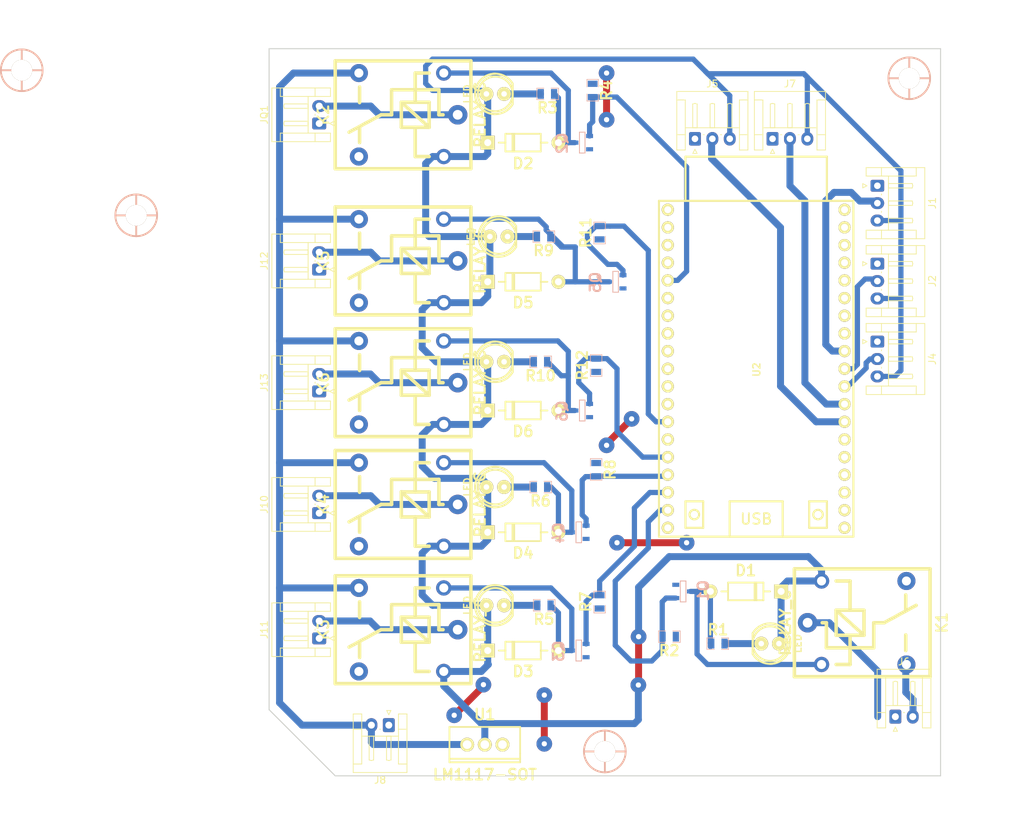
<source format=kicad_pcb>
(kicad_pcb (version 20211014) (generator pcbnew)
  (layers (0 "F.Cu" signal) (31 "B.Cu" signal) (34 "B.Paste" user) (35 "F.Paste" user) (36 "B.SilkS" user "B.Silkscreen") (37 "F.SilkS" user "F.Silkscreen") (38 "B.Mask" user) (39 "F.Mask" user) (44 "Edge.Cuts" user))
  (net 0 "")
  (net 1 "+12C")
  (net 8 "/IN2")
  (net 9 "GND")
  (net 10 "+5V")
  (net 11 "/IN3")
  (net 12 "/IN1")
  (net 13 "/IN4")
  (net 14 "/IN5")
  (net 17 "Net-(K1-Pad2)")
  (net 19 "Net-(K2-Pad2)")
  (net 21 "Net-(K3-Pad2)")
  (net 23 "Net-(K4-Pad2)")
  (net 25 "Net-(K5-Pad2)")
  (net 27 "/OUT5")
  (net 28 "/OUT6")
  (net 29 "/OUT4")
  (net 30 "/OUT3")
  (net 31 "/OUT1")
  (net 32 "/OUT2")
  (net 33 "Net-(K6-Pad2)")
  (net 35 "Net-(R1-Pad1)")
  (net 36 "Net-(R3-Pad1)")
  (net 37 "Net-(R5-Pad1)")
  (net 38 "Net-(R6-Pad1)")
  (net 39 "Net-(R9-Pad1)")
  (net 40 "Net-(R10-Pad1)")
  (net 58 "/C")
  (net 59 "/NA")
  (footprint "EESTN5:DO-41" (layer "F.Cu") (at 124 100.5 180)
    (fp_text reference "D4")
    (fp_text value "DIODE" hide)
  )
  (footprint "EESTN5:DO-41" (layer "F.Cu") (at 124 83 180)
    (fp_text reference "D6")
    (fp_text value "DIODE" hide)
  )
  (footprint "EESTN5:DO-41" (layer "F.Cu") (at 124 117.5 180)
    (fp_text reference "D3")
    (fp_text value "DIODE" hide)
  )
  (footprint "EESTN5:DO-41" (layer "F.Cu") (at 124 64.5 180)
    (fp_text reference "D5")
    (fp_text value "DIODE" hide)
  )
  (footprint "Connector_JST:JST_EH_S3B-EH_1x03_P2.50mm_Horizontal" (layer "F.Cu") (at 159.85 43.95)
    (fp_text reference "J7")
    (fp_text value "B-S. Humedad")
  )
  (footprint "Connector_JST:JST_EH_S3B-EH_1x03_P2.50mm_Horizontal" (layer "F.Cu") (at 174.9175 73.1 -90)
    (fp_text reference "J4")
    (fp_text value "B-S. Humedad/Tem.")
  )
  (footprint "Connector_JST:JST_EH_S2B-EH_1x02_P2.50mm_Horizontal" (layer "F.Cu") (at 104.7 128.2175 180)
    (fp_text reference "J8")
    (fp_text value "B-V. In")
  )
  (footprint "EESTN5:Relay_C" (layer "F.Cu") (at 106.5 96.5 -90)
    (fp_text reference "K4")
    (fp_text value "RELAY_C")
  )
  (footprint "Connector_JST:JST_EH_S3B-EH_1x03_P2.50mm_Horizontal" (layer "F.Cu") (at 174.9175 50.7 -90)
    (fp_text reference "J1")
    (fp_text value "B-S. Humedad")
  )
  (footprint "EESTN5:Relay_C" (layer "F.Cu") (at 106.5 114.5 -90)
    (fp_text reference "K3")
    (fp_text value "RELAY_C")
  )
  (footprint "Connector_JST:JST_EH_S3B-EH_1x03_P2.50mm_Horizontal" (layer "F.Cu") (at 148.7 43.95)
    (fp_text reference "J5")
    (fp_text value "B-S. Humedad")
  )
  (footprint "EESTN5:Relay_C" (layer "F.Cu") (at 106.5 40.5 -90)
    (fp_text reference "K2")
    (fp_text value "RELAY_C")
  )
  (footprint "Connector_JST:JST_EH_S2B-EH_1x02_P2.50mm_Horizontal" (layer "F.Cu") (at 94.7 97.75 90)
    (fp_text reference "J10")
    (fp_text value "B-Elec. Valvulas")
  )
  (footprint "Connector_JST:JST_EH_S2B-EH_1x02_P2.50mm_Horizontal" (layer "F.Cu") (at 94.7 80.25 90)
    (fp_text reference "J13")
    (fp_text value "B-Elec. Valvulas")
  )
  (footprint "EESTN5:ESP32_DEVKITC" (layer "F.Cu") (at 157.5 77 -90)
    (fp_text reference "U2")
    (fp_text value "ESP32_DEVKITC" hide)
  )
  (footprint "EESTN5:Relay_C" (layer "F.Cu") (at 106.5 61.5 -90)
    (fp_text reference "K5")
    (fp_text value "RELAY_C")
  )
  (footprint "EESTN5:DO-41" (layer "F.Cu") (at 124 44.5 180)
    (fp_text reference "D2")
    (fp_text value "DIODE" hide)
  )
  (footprint "Connector_JST:JST_EH_S3B-EH_1x03_P2.50mm_Horizontal" (layer "F.Cu") (at 174.9175 61.9 -90)
    (fp_text reference "J2")
    (fp_text value "B-S. Humedad")
  )
  (footprint "Connector_JST:JST_EH_S2B-EH_1x02_P2.50mm_Horizontal" (layer "F.Cu") (at 94.7 115.75 90)
    (fp_text reference "J11")
    (fp_text value "B-Elec. Valvulas")
  )
  (footprint "EESTN5:TO-220" (layer "F.Cu") (at 118.5 131.016 180)
    (fp_text reference "U1")
    (fp_text value "LM1117-SOT")
  )
  (footprint "EESTN5:led_5mm_green" (layer "F.Cu") (at 120 76 90)
    (fp_text reference "LED6" hide)
    (fp_text value "LED")
  )
  (footprint "EESTN5:led_5mm_green" (layer "F.Cu") (at 120.5 58 90)
    (fp_text reference "LED5" hide)
    (fp_text value "LED")
  )
  (footprint "EESTN5:Relay_C" (layer "F.Cu") (at 106.5 79 -90)
    (fp_text reference "K6")
    (fp_text value "RELAY_C")
  )
  (footprint "EESTN5:led_5mm_green" (layer "F.Cu") (at 120 37.5 90)
    (fp_text reference "LED2" hide)
    (fp_text value "LED")
  )
  (footprint "EESTN5:led_5mm_green" (layer "F.Cu") (at 120 111 90)
    (fp_text reference "LED3" hide)
    (fp_text value "LED")
  )
  (footprint "EESTN5:led_5mm_green" (layer "F.Cu") (at 120 94 90)
    (fp_text reference "LED4" hide)
    (fp_text value "LED")
  )
  (footprint "Connector_JST:JST_EH_S2B-EH_1x02_P2.50mm_Horizontal" (layer "F.Cu") (at 94.7 62.75 90)
    (fp_text reference "J12")
    (fp_text value "B-Elec. Valvulas")
  )
  (footprint "EESTN5:Tornillo_M3_8mm" (layer "F.Cu") (at 68.4 54.95)
    (fp_text reference "H3" hide)
    (fp_text value "Mounting_Hole" hide)
  )
  (footprint "EESTN5:DO-41" (layer "F.Cu") (at 156 109)
    (fp_text reference "D1")
    (fp_text value "DIODE" hide)
  )
  (footprint "EESTN5:Tornillo_M3_8mm" (layer "F.Cu") (at 135.75 132)
    (fp_text reference "H4" hide)
    (fp_text value "Mounting_Hole" hide)
  )
  (footprint "EESTN5:led_5mm_green" (layer "F.Cu") (at 159.5 116.5 -90)
    (fp_text reference "LED1" hide)
    (fp_text value "LED")
  )
  (footprint "Connector_JST:JST_EH_S2B-EH_1x02_P2.50mm_Horizontal" (layer "F.Cu") (at 177.5 127)
    (fp_text reference "J6")
    (fp_text value "B-Bomba")
  )
  (footprint "EESTN5:Relay_C" (layer "F.Cu") (at 172.9925 113.5 90)
    (fp_text reference "K1")
    (fp_text value "RELAY_C")
  )
  (footprint "EESTN5:Tornillo_M3_8mm" (layer "F.Cu") (at 179.5 35.25)
    (fp_text reference "H2" hide)
    (fp_text value "Mounting_Hole" hide)
  )
  (footprint "Connector_JST:JST_EH_S2B-EH_1x02_P2.50mm_Horizontal" (layer "F.Cu") (at 94.7 41.75 90)
    (fp_text reference "JQ1")
    (fp_text value "TB_1X2")
  )
  (footprint "EESTN5:Tornillo_M3_8mm" (layer "F.Cu") (at 51.95 34.1)
    (fp_text reference "H1" hide)
    (fp_text value "Mounting_Hole" hide)
  )
  (footprint "EESTN5:R_0805" (layer "B.Cu") (at 134.5 76.5 -90)
    (fp_text reference "R12")
    (fp_text value "10k" hide)
  )
  (footprint "EESTN5:R_0805" (layer "B.Cu") (at 126.5 94)
    (fp_text reference "R6")
    (fp_text value "330" hide)
  )
  (footprint "EESTN5:R_0805" (layer "B.Cu") (at 135 57.4525 -90)
    (fp_text reference "R11")
    (fp_text value "10k" hide)
  )
  (footprint "EESTN5:R_0805" (layer "B.Cu") (at 135 110.5 -90)
    (fp_text reference "R7")
    (fp_text value "10k" hide)
  )
  (footprint "EESTN5:R_0805" (layer "B.Cu") (at 126.9525 58)
    (fp_text reference "R9")
    (fp_text value "330" hide)
  )
  (footprint "EESTN5:R_0805" (layer "B.Cu") (at 134.5 91.5 90)
    (fp_text reference "R8")
    (fp_text value "10k" hide)
  )
  (footprint "EESTN5:R_0805" (layer "B.Cu") (at 126.5 76)
    (fp_text reference "R10")
    (fp_text value "330" hide)
  )
  (footprint "EESTN5:SOT23" (layer "B.Cu") (at 132 100.5 -90)
    (fp_text reference "Q4")
    (fp_text value "2N7002" hide)
  )
  (footprint "EESTN5:SOT23" (layer "B.Cu") (at 132.5 44.5 -90)
    (fp_text reference "Q2")
    (fp_text value "2N7002" hide)
  )
  (footprint "EESTN5:R_0805" (layer "B.Cu") (at 127 111)
    (fp_text reference "R5")
    (fp_text value "330" hide)
  )
  (footprint "EESTN5:R_0805" (layer "B.Cu") (at 134 37 90)
    (fp_text reference "R4")
    (fp_text value "10k" hide)
  )
  (footprint "EESTN5:SOT23" (layer "B.Cu") (at 132.5 83 -90)
    (fp_text reference "Q6")
    (fp_text value "2N7002" hide)
  )
  (footprint "EESTN5:SOT23" (layer "B.Cu") (at 132 117.5 -90)
    (fp_text reference "Q3")
    (fp_text value "2N7002" hide)
  )
  (footprint "EESTN5:SOT23" (layer "B.Cu") (at 137.3 64.5 -90)
    (fp_text reference "Q5")
    (fp_text value "2N7002" hide)
  )
  (footprint "EESTN5:R_0805" (layer "B.Cu") (at 127.5 37.5)
    (fp_text reference "R3")
    (fp_text value "330" hide)
  )
  (footprint "EESTN5:SOT23" (layer "B.Cu") (at 147 109 90)
    (fp_text reference "Q1")
    (fp_text value "2N7002" hide)
  )
  (footprint "EESTN5:R_0805" (layer "B.Cu") (at 152 116.5 180)
    (fp_text reference "R1")
    (fp_text value "330" hide)
  )
  (footprint "EESTN5:R_0805" (layer "B.Cu") (at 145 115.5)
    (fp_text reference "R2")
    (fp_text value "10k" hide)
  )
  (gr_line (start 97 135.5) (end 184 135.5) (layer "Edge.Cuts") (width 0.15))
  (gr_line (start 184 135.5) (end 184 31) (layer "Edge.Cuts") (width 0.15))
  (gr_line (start 87.5 31) (end 87.5 126) (layer "Edge.Cuts") (width 0.15))
  (gr_line (start 184 31) (end 87.5 31) (layer "Edge.Cuts") (width 0.15))
  (gr_line (start 97 135.5) (end 87.5 126) (layer "Edge.Cuts") (width 0.15))
  (segment (start 99.9 108) (end 100.4 108.5) (width 1) (layer "B.Cu") (net 1))
  (segment (start 89 108.5) (end 89 90.5) (width 1) (layer "B.Cu") (net 1))
  (segment (start 102.2 128.2175) (end 102.2 130.7) (width 1) (layer "B.Cu") (net 1))
  (segment (start 102.2 128.2175) (end 92.2175 128.2175) (width 1) (layer "B.Cu") (net 1))
  (segment (start 89 55.5) (end 100.4 55.5) (width 1) (layer "B.Cu") (net 1))
  (segment (start 91 34.5) (end 100.4 34.5) (width 1) (layer "B.Cu") (net 1))
  (segment (start 89 90.5) (end 89 55.5) (width 1) (layer "B.Cu") (net 1))
  (segment (start 89 108.5) (end 100.4 108.5) (width 1) (layer "B.Cu") (net 1))
  (segment (start 115.944 131) (end 115.96 131.016) (width 1) (layer "B.Cu") (net 1))
  (segment (start 89 90.5) (end 100.4 90.5) (width 1) (layer "B.Cu") (net 1))
  (segment (start 102.2 130.7) (end 102.5 131) (width 1) (layer "B.Cu") (net 1))
  (segment (start 92.2175 128.2175) (end 89 125) (width 1) (layer "B.Cu") (net 1))
  (segment (start 89 55.5) (end 89 36.5) (width 1) (layer "B.Cu") (net 1))
  (segment (start 102.5 131) (end 115.944 131) (width 1) (layer "B.Cu") (net 1))
  (segment (start 89 36.5) (end 91 34.5) (width 1) (layer "B.Cu") (net 1))
  (segment (start 89 73) (end 100.4 73) (width 1) (layer "B.Cu") (net 1))
  (segment (start 89 125) (end 89 108.5) (width 1) (layer "B.Cu") (net 1))
  (segment (start 172.05 65.2) (end 172.05 76.387436) (width 0.75) (layer "B.Cu") (net 8))
  (segment (start 172.05 76.387436) (end 171.437436 77) (width 0.75) (layer "B.Cu") (net 8))
  (segment (start 174.4175 64.1) (end 173.15 64.1) (width 0.75) (layer "B.Cu") (net 8))
  (segment (start 171.437436 77) (end 170.2 77) (width 0.75) (layer "B.Cu") (net 8))
  (segment (start 173.15 64.1) (end 172.05 65.2) (width 0.75) (layer "B.Cu") (net 8))
  (segment (start 118.3 122.6) (end 114.1 126.8) (width 1) (layer "F.Cu") (net 9))
  (segment (start 136 41.2) (end 136 34.50001) (width 1) (layer "F.Cu") (net 9))
  (segment (start 127.05 123.9) (end 127.05 130.9) (width 1) (layer "F.Cu") (net 9))
  (segment (start 139.6 84.2) (end 136 87.8) (width 1) (layer "F.Cu") (net 9))
  (segment (start 136 87.8) (end 136 88) (width 1) (layer "F.Cu") (net 9))
  (segment (start 137.5 102) (end 147.5 102) (width 1) (layer "F.Cu") (net 9))
  (via (at 118.3 122.4) (size 2.25) (drill 0.75) (layers "F.Cu" "B.Cu") (net 9))
  (via (at 114.1 126.8) (size 2.25) (drill 0.75) (layers "F.Cu" "B.Cu") (net 9))
  (via (at 139.6 84.2) (size 2.25) (drill 0.75) (layers "F.Cu" "B.Cu") (net 9))
  (via (at 136 34.50001) (size 2.25) (drill 0.75) (layers "F.Cu" "B.Cu") (net 9))
  (via (at 127.05 130.9) (size 2.25) (drill 0.75) (layers "F.Cu" "B.Cu") (net 9))
  (via (at 147.5 102) (size 2.25) (drill 0.75) (layers "F.Cu" "B.Cu") (net 9))
  (via (at 136 41.2) (size 2.25) (drill 0.75) (layers "F.Cu" "B.Cu") (net 9))
  (via (at 136 88) (size 2.25) (drill 0.75) (layers "F.Cu" "B.Cu") (net 9))
  (via (at 127.05 123.9) (size 2.25) (drill 0.75) (layers "F.Cu" "B.Cu") (net 9))
  (via (at 137.5 102) (size 2.25) (drill 0.75) (layers "F.Cu" "B.Cu") (net 9))
  (segment (start 139.55 84.05) (end 139.55 84.15) (width 1) (layer "B.Cu") (net 9))
  (segment (start 139.55 84.15) (end 139.6 84.2) (width 1) (layer "B.Cu") (net 9))
  (segment (start 140.6 115.5) (end 140.6 122.418521) (width 1) (layer "F.Cu") (net 10))
  (segment (start 140.6 122.418521) (end 140.566137 122.452384) (width 1) (layer "F.Cu") (net 10))
  (via (at 140.6 115.5) (size 2.25) (drill 0.75) (layers "F.Cu" "B.Cu") (net 10))
  (via (at 140.566137 122.452384) (size 2.25) (drill 0.75) (layers "F.Cu" "B.Cu") (net 10))
  (segment (start 118.5 46.5) (end 118.92 46.08) (width 1) (layer "B.Cu") (net 10))
  (segment (start 112.6 120.5) (end 118 120.5) (width 1) (layer "B.Cu") (net 10))
  (segment (start 118.92 94.19) (end 118.73 94) (width 1) (layer "B.Cu") (net 10))
  (segment (start 112.6 67.5) (end 118 67.5) (width 1) (layer "B.Cu") (net 10))
  (segment (start 118.92 83.92) (end 118.92 83) (width 1) (layer "B.Cu") (net 10))
  (segment (start 118.92 58.31) (end 119.23 58) (width 0.75) (layer "B.Cu") (net 10))
  (segment (start 112.6 102.5) (end 118 102.5) (width 1) (layer "B.Cu") (net 10))
  (segment (start 118.92 46.08) (end 118.92 44.5) (width 1) (layer "B.Cu") (net 10))
  (segment (start 118.92 76.19) (end 118.73 76) (width 1) (layer "B.Cu") (net 10))
  (segment (start 118 102.5) (end 118.92 101.58) (width 1) (layer "B.Cu") (net 10))
  (segment (start 119 84) (end 118.92 83.92) (width 1) (layer "B.Cu") (net 10))
  (segment (start 118 85) (end 119 84) (width 1) (layer "B.Cu") (net 10))
  (segment (start 119.23 58) (end 119.23 64.19) (width 1) (layer "B.Cu") (net 10))
  (segment (start 118.92 100.5) (end 118.92 94.19) (width 1) (layer "B.Cu") (net 10))
  (segment (start 119.23 64.19) (end 118.92 64.5) (width 1) (layer "B.Cu") (net 10))
  (segment (start 118 67.5) (end 118.92 66.58) (width 1) (layer "B.Cu") (net 10))
  (segment (start 118.92 83) (end 118.92 76.19) (width 1) (layer "B.Cu") (net 10))
  (segment (start 119 119.5) (end 118.92 119.42) (width 1) (layer "B.Cu") (net 10))
  (segment (start 118.92 44.5) (end 118.92 37.69) (width 1) (layer "B.Cu") (net 10))
  (segment (start 118.92 101.58) (end 118.92 100.5) (width 1) (layer "B.Cu") (net 10))
  (segment (start 118.92 37.69) (end 118.73 37.5) (width 1) (layer "B.Cu") (net 10))
  (segment (start 118.92 117.5) (end 118.92 111.19) (width 1) (layer "B.Cu") (net 10))
  (segment (start 118.92 66.58) (end 118.92 64.5) (width 1) (layer "B.Cu") (net 10))
  (segment (start 118 120.5) (end 119 119.5) (width 1) (layer "B.Cu") (net 10))
  (segment (start 118.92 119.42) (end 118.92 117.5) (width 1) (layer "B.Cu") (net 10))
  (segment (start 112.6 46.5) (end 118.5 46.5) (width 1) (layer "B.Cu") (net 10))
  (segment (start 118.92 111.19) (end 118.73 111) (width 1) (layer "B.Cu") (net 10))
  (segment (start 145 104) (end 140.6 108.4) (width 1) (layer "B.Cu") (net 10))
  (segment (start 165 104) (end 145 104) (width 1) (layer "B.Cu") (net 10))
  (segment (start 166.9 107.5) (end 162 107.5) (width 1) (layer "B.Cu") (net 10))
  (segment (start 161.08 109) (end 161.08 116.19) (width 1) (layer "B.Cu") (net 10))
  (segment (start 162 107.5) (end 161.08 108.42) (width 1) (layer "B.Cu") (net 10))
  (segment (start 161.08 108.42) (end 161.08 109) (width 1) (layer "B.Cu") (net 10))
  (segment (start 161.08 116.19) (end 160.77 116.5) (width 1) (layer "B.Cu") (net 10))
  (segment (start 166.9 105.9) (end 165 104) (width 1) (layer "B.Cu") (net 10))
  (segment (start 166.9 107.5) (end 166.9 105.9) (width 1) (layer "B.Cu") (net 10))
  (segment (start 150.25 34.3) (end 153.7 37.75) (width 0.75) (layer "B.Cu") (net 10))
  (segment (start 112.6 85) (end 118 85) (width 1) (layer "B.Cu") (net 10))
  (segment (start 118.73 111) (end 111 111) (width 1) (layer "B.Cu") (net 10))
  (segment (start 178.15 55.7) (end 178.3 55.55) (width 0.75) (layer "B.Cu") (net 10))
  (segment (start 119.23 58) (end 110.5 58) (width 1) (layer "B.Cu") (net 10))
  (segment (start 118.5 131.016) (end 118.5 128) (width 1) (layer "B.Cu") (net 10))
  (segment (start 118 128) (end 112.6 122.6) (width 1) (layer "B.Cu") (net 10))
  (segment (start 110 57.5) (end 110 47.5) (width 1) (layer "B.Cu") (net 10))
  (segment (start 178.3 66.7) (end 178.3 77.25) (width 0.75) (layer "B.Cu") (net 10))
  (segment (start 110 33.5) (end 111 32.5) (width 0.75) (layer "B.Cu") (net 10))
  (segment (start 110 47.5) (end 111 46.5) (width 1) (layer "B.Cu") (net 10))
  (segment (start 109.5 68.5) (end 110.5 67.5) (width 1) (layer "B.Cu") (net 10))
  (segment (start 177.45 78.1) (end 174.9175 78.1) (width 0.75) (layer "B.Cu") (net 10))
  (segment (start 118.5 128) (end 118 128) (width 1) (layer "B.Cu") (net 10))
  (segment (start 174.9175 66.9) (end 178.1 66.9) (width 0.75) (layer "B.Cu") (net 10))
  (segment (start 109.5 109.5) (end 109.5 103.5) (width 1) (layer "B.Cu") (net 10))
  (segment (start 140 128) (end 118.5 128) (width 1) (layer "B.Cu") (net 10))
  (segment (start 111 46.5) (end 112.6 46.5) (width 1) (layer "B.Cu") (net 10))
  (segment (start 111 111) (end 109.5 109.5) (width 1) (layer "B.Cu") (net 10))
  (segment (start 111 37) (end 110 36) (width 0.75) (layer "B.Cu") (net 10))
  (segment (start 109.5 103.5) (end 110.5 102.5) (width 1) (layer "B.Cu") (net 10))
  (segment (start 109.5 86.5) (end 111 85) (width 1) (layer "B.Cu") (net 10))
  (segment (start 109.5 74) (end 109.5 68.5) (width 1) (layer "B.Cu") (net 10))
  (segment (start 140.566137 122.452384) (end 140.566137 127.433863) (width 1) (layer "B.Cu") (net 10))
  (segment (start 118 37) (end 111 37) (width 0.75) (layer "B.Cu") (net 10))
  (segment (start 148.45 32.5) (end 150.25 34.3) (width 0.75) (layer "B.Cu") (net 10))
  (segment (start 110 36) (end 110 33.5) (width 0.75) (layer "B.Cu") (net 10))
  (segment (start 178.3 77.25) (end 177.45 78.1) (width 0.75) (layer "B.Cu") (net 10))
  (segment (start 164.55 34.8) (end 178.3 48.55) (width 0.75) (layer "B.Cu") (net 10))
  (segment (start 140.566137 127.433863) (end 140 128) (width 1) (layer "B.Cu") (net 10))
  (segment (start 164.85 43.95) (end 164.85 35.1) (width 0.75) (layer "B.Cu") (net 10))
  (segment (start 110.5 58) (end 110 57.5) (width 1) (layer "B.Cu") (net 10))
  (segment (start 118 92.75) (end 111.25 92.75) (width 1) (layer "B.Cu") (net 10))
  (segment (start 178.3 55.55) (end 178.3 66.7) (width 0.75) (layer "B.Cu") (net 10))
  (segment (start 118.5 37.5) (end 118 37) (width 0.75) (layer "B.Cu") (net 10))
  (segment (start 118.73 76) (end 111.5 76) (width 1) (layer "B.Cu") (net 10))
  (segment (start 112.6 122.6) (end 112.6 120.5) (width 1) (layer "B.Cu") (net 10))
  (segment (start 178.3 48.55) (end 178.3 55.55) (width 0.75) (layer "B.Cu") (net 10))
  (segment (start 140.6 108.4) (end 140.6 115.5) (width 1) (layer "B.Cu") (net 10))
  (segment (start 175.3 66.6) (end 174.4175 66.6) (width 0.75) (layer "B.Cu") (net 10))
  (segment (start 118.73 37.5) (end 118.5 37.5) (width 0.75) (layer "B.Cu") (net 10))
  (segment (start 109.5 91) (end 109.5 86.5) (width 1) (layer "B.Cu") (net 10))
  (segment (start 178.1 66.9) (end 178.3 66.7) (width 0.75) (layer "B.Cu") (net 10))
  (segment (start 118.73 94) (end 118.73 93.48) (width 1) (layer "B.Cu") (net 10))
  (segment (start 111.5 76) (end 109.5 74) (width 1) (layer "B.Cu") (net 10))
  (segment (start 111.25 92.75) (end 109.5 91) (width 1) (layer "B.Cu") (net 10))
  (segment (start 110.5 102.5) (end 112.6 102.5) (width 1) (layer "B.Cu") (net 10))
  (segment (start 153.7 37.75) (end 153.7 43.95) (width 0.75) (layer "B.Cu") (net 10))
  (segment (start 118.73 93.48) (end 118 92.75) (width 1) (layer "B.Cu") (net 10))
  (segment (start 111 32.5) (end 148.45 32.5) (width 0.75) (layer "B.Cu") (net 10))
  (segment (start 164.35 34.6) (end 164.55 34.8) (width 0.75) (layer "B.Cu") (net 10))
  (segment (start 164.85 35.1) (end 164.55 34.8) (width 0.75) (layer "B.Cu") (net 10))
  (segment (start 174.9175 55.7) (end 178.15 55.7) (width 0.75) (layer "B.Cu") (net 10))
  (segment (start 111 85) (end 112.5 85) (width 1) (layer "B.Cu") (net 10))
  (segment (start 150.55 34.6) (end 150.25 34.3) (width 0.75) (layer "B.Cu") (net 10))
  (segment (start 164.35 34.6) (end 150.55 34.6) (width 0.75) (layer "B.Cu") (net 10))
  (segment (start 110.5 67.5) (end 112.6 67.5) (width 1) (layer "B.Cu") (net 10))
  (segment (start 170.664524 79.54) (end 173.29952 76.905004) (width 0.75) (layer "B.Cu") (net 11))
  (segment (start 173.85 75.6) (end 174.9175 75.6) (width 0.75) (layer "B.Cu") (net 11))
  (segment (start 173.29952 76.905004) (end 173.29952 76.15048) (width 0.75) (layer "B.Cu") (net 11))
  (segment (start 170.2 79.54) (end 170.664524 79.54) (width 0.75) (layer "B.Cu") (net 11))
  (segment (start 173.29952 76.15048) (end 173.85 75.6) (width 0.75) (layer "B.Cu") (net 11))
  (segment (start 167.5 52.85) (end 167.5 73.5) (width 1) (layer "B.Cu") (net 12))
  (segment (start 168.7 51.65) (end 167.5 52.85) (width 1) (layer "B.Cu") (net 12))
  (segment (start 171.15 51.65) (end 168.7 51.65) (width 1) (layer "B.Cu") (net 12))
  (segment (start 172.4 52.9) (end 171.15 51.65) (width 1) (layer "B.Cu") (net 12))
  (segment (start 168.46 74.46) (end 170.2 74.46) (width 1) (layer "B.Cu") (net 12))
  (segment (start 167.5 73.5) (end 168.46 74.46) (width 1) (layer "B.Cu") (net 12))
  (segment (start 174.4175 52.9) (end 172.4 52.9) (width 1) (layer "B.Cu") (net 12))
  (segment (start 162.35 50.7) (end 164.5 52.85) (width 1) (layer "B.Cu") (net 13))
  (segment (start 167.58 82.08) (end 170.2 82.08) (width 1) (layer "B.Cu") (net 13))
  (segment (start 164.5 52.85) (end 164.5 79) (width 1) (layer "B.Cu") (net 13))
  (segment (start 162.35 43.95) (end 162.35 50.7) (width 1) (layer "B.Cu") (net 13))
  (segment (start 164.5 79) (end 167.58 82.08) (width 1) (layer "B.Cu") (net 13))
  (segment (start 151.1 46.8) (end 151.1 44.1) (width 1) (layer "B.Cu") (net 14))
  (segment (start 161 56.7) (end 151.1 46.8) (width 1) (layer "B.Cu") (net 14))
  (segment (start 166.12 84.62) (end 161 79.5) (width 1) (layer "B.Cu") (net 14))
  (segment (start 170.2 84.62) (end 166.12 84.62) (width 1) (layer "B.Cu") (net 14))
  (segment (start 161 79.5) (end 161 56.7) (width 1) (layer "B.Cu") (net 14))
  (segment (start 150.92 116.42) (end 150.92 116.92) (width 0.75) (layer "B.Cu") (net 17))
  (segment (start 150.5 119.5) (end 149 118) (width 0.75) (layer "B.Cu") (net 17))
  (segment (start 150.92 109) (end 150.92 116.42) (width 0.75) (layer "B.Cu") (net 17))
  (segment (start 150.92 109) (end 149 109) (width 0.75) (layer "B.Cu") (net 17))
  (segment (start 149 118) (end 149 109) (width 0.75) (layer "B.Cu") (net 17))
  (segment (start 166.9 119.5) (end 150.5 119.5) (width 0.75) (layer "B.Cu") (net 17))
  (segment (start 149 109) (end 148.05664 109) (width 0.75) (layer "B.Cu") (net 17))
  (segment (start 129.08 38.08) (end 128.5 37.5) (width 0.75) (layer "B.Cu") (net 19))
  (segment (start 128 34.5) (end 130.5 37) (width 0.75) (layer "B.Cu") (net 19))
  (segment (start 112.6 34.5) (end 128 34.5) (width 0.75) (layer "B.Cu") (net 19))
  (segment (start 129.08 44.5) (end 129.08 38.08) (width 0.75) (layer "B.Cu") (net 19))
  (segment (start 130.5 37) (end 130.5 44.5) (width 0.75) (layer "B.Cu") (net 19))
  (segment (start 129.08 44.5) (end 130.5 44.5) (width 0.75) (layer "B.Cu") (net 19))
  (segment (start 131.44336 44.5) (end 130.5 44.5) (width 0.75) (layer "B.Cu") (net 19))
  (segment (start 131 111.5) (end 131 117.5) (width 0.75) (layer "B.Cu") (net 21))
  (segment (start 112.6 108.5) (end 128 108.5) (width 0.75) (layer "B.Cu") (net 21))
  (segment (start 129.08 112.08) (end 128 111) (width 0.75) (layer "B.Cu") (net 21))
  (segment (start 128 108.5) (end 131 111.5) (width 0.75) (layer "B.Cu") (net 21))
  (segment (start 129.08 117.5) (end 129.08 112.08) (width 0.75) (layer "B.Cu") (net 21))
  (segment (start 129.08 117.5) (end 131 117.5) (width 0.75) (layer "B.Cu") (net 21))
  (segment (start 129.08 100.5) (end 131 100.5) (width 0.75) (layer "B.Cu") (net 23))
  (segment (start 128 94) (end 127.5 94) (width 0.75) (layer "B.Cu") (net 23))
  (segment (start 129.08 95.08) (end 128 94) (width 0.75) (layer "B.Cu") (net 23))
  (segment (start 129.08 100.5) (end 129.08 95.08) (width 0.75) (layer "B.Cu") (net 23))
  (segment (start 112.6 90.5) (end 127 90.5) (width 0.75) (layer "B.Cu") (net 23))
  (segment (start 127 90.5) (end 131 94.5) (width 0.75) (layer "B.Cu") (net 23))
  (segment (start 131 94.5) (end 131 100.5) (width 0.75) (layer "B.Cu") (net 23))
  (segment (start 136.405 64.5) (end 131.5 64.5) (width 0.75) (layer "B.Cu") (net 25))
  (segment (start 129.08 64.5) (end 131.5 64.5) (width 0.75) (layer "B.Cu") (net 25))
  (segment (start 131.5 64.5) (end 131.5 59.5) (width 0.75) (layer "B.Cu") (net 25))
  (segment (start 126.218002 55.5) (end 127.319501 56.601499) (width 0.75) (layer "B.Cu") (net 25))
  (segment (start 112.6 55.5) (end 126.218002 55.5) (width 0.75) (layer "B.Cu") (net 25))
  (segment (start 131.5 59.5) (end 129.5 59.5) (width 0.75) (layer "B.Cu") (net 25))
  (segment (start 129.5 59.5) (end 128 58) (width 0.75) (layer "B.Cu") (net 25))
  (segment (start 127.319501 56.601499) (end 127.319501 57.051433) (width 0.75) (layer "B.Cu") (net 25))
  (segment (start 129.768068 59.5) (end 131.5 59.5) (width 0.75) (layer "B.Cu") (net 25))
  (segment (start 127.319501 57.051433) (end 129.768068 59.5) (width 0.75) (layer "B.Cu") (net 25))
  (segment (start 139.5 119) (end 137.25 116.75) (width 0.75) (layer "B.Cu") (net 27))
  (segment (start 142.5 119) (end 139.5 119) (width 0.75) (layer "B.Cu") (net 27))
  (segment (start 142 102.75) (end 142 99) (width 0.75) (layer "B.Cu") (net 27))
  (segment (start 142 99) (end 143.68 97.32) (width 0.75) (layer "B.Cu") (net 27))
  (segment (start 145.94336 109.9525) (end 144.5475 109.9525) (width 0.75) (layer "B.Cu") (net 27))
  (segment (start 144.5475 109.9525) (end 144 110.5) (width 0.75) (layer "B.Cu") (net 27))
  (segment (start 144 117.5) (end 142.5 119) (width 0.75) (layer "B.Cu") (net 27))
  (segment (start 137.25 107.5) (end 142 102.75) (width 0.75) (layer "B.Cu") (net 27))
  (segment (start 144 110.5) (end 144 117.5) (width 0.75) (layer "B.Cu") (net 27))
  (segment (start 137.25 116.75) (end 137.25 107.5) (width 0.75) (layer "B.Cu") (net 27))
  (segment (start 143.68 97.32) (end 144.8 97.32) (width 0.75) (layer "B.Cu") (net 27))
  (segment (start 147.5 48) (end 147.5 63) (width 0.75) (layer "B.Cu") (net 28))
  (segment (start 134 41.5) (end 133.55664 41.94336) (width 0.75) (layer "B.Cu") (net 28))
  (segment (start 134 37.9525) (end 134 41.5) (width 0.75) (layer "B.Cu") (net 28))
  (segment (start 147.5 63) (end 146.2 64.3) (width 0.75) (layer "B.Cu") (net 28))
  (segment (start 146.2 64.3) (end 144.8 64.3) (width 0.75) (layer "B.Cu") (net 28))
  (segment (start 133.55664 41.94336) (end 133.55664 43.5475) (width 0.75) (layer "B.Cu") (net 28))
  (segment (start 134 37.9525) (end 137.4525 37.9525) (width 0.75) (layer "B.Cu") (net 28))
  (segment (start 137.4525 37.9525) (end 147.5 48) (width 0.75) (layer "B.Cu") (net 28))
  (segment (start 133.05664 110.44336) (end 133.9525 109.5475) (width 0.75) (layer "B.Cu") (net 29))
  (segment (start 133.9525 109.5475) (end 135 109.5475) (width 0.75) (layer "B.Cu") (net 29))
  (segment (start 133.05664 116.5475) (end 133.05664 110.44336) (width 0.75) (layer "B.Cu") (net 29))
  (segment (start 144.8 94.78) (end 142.22 94.78) (width 0.75) (layer "B.Cu") (net 29))
  (segment (start 142.22 94.78) (end 140 97) (width 0.75) (layer "B.Cu") (net 29))
  (segment (start 140 97) (end 140 102.5) (width 0.75) (layer "B.Cu") (net 29))
  (segment (start 140 102.5) (end 135 107.5) (width 0.75) (layer "B.Cu") (net 29))
  (segment (start 135 107.5) (end 135 109.5) (width 0.75) (layer "B.Cu") (net 29))
  (segment (start 132.5 93) (end 132.5 98) (width 0.75) (layer "B.Cu") (net 30))
  (segment (start 134.5 92.4525) (end 144.5875 92.4525) (width 0.75) (layer "B.Cu") (net 30))
  (segment (start 133.05664 98.55664) (end 133.05664 99.5475) (width 0.75) (layer "B.Cu") (net 30))
  (segment (start 144.5875 92.4525) (end 144.8 92.24) (width 0.75) (layer "B.Cu") (net 30))
  (segment (start 132.5 98) (end 133.05664 98.55664) (width 0.75) (layer "B.Cu") (net 30))
  (segment (start 134.4525 92.5) (end 134.5 92.4525) (width 0.75) (layer "B.Cu") (net 30))
  (segment (start 133 92.5) (end 132.5 93) (width 0.75) (layer "B.Cu") (net 30))
  (segment (start 133 92.5) (end 134.4525 92.5) (width 0.75) (layer "B.Cu") (net 30))
  (segment (start 142 60) (end 138.5 56.5) (width 0.75) (layer "B.Cu") (net 31))
  (segment (start 133.24999 59.05997) (end 136.19002 62) (width 0.75) (layer "B.Cu") (net 31))
  (segment (start 134.460002 56.5) (end 133.24999 57.710012) (width 0.75) (layer "B.Cu") (net 31))
  (segment (start 138.35664 62.85664) (end 138.35664 63.5475) (width 0.75) (layer "B.Cu") (net 31))
  (segment (start 142 83.5) (end 142 60) (width 0.75) (layer "B.Cu") (net 31))
  (segment (start 138.5 56.5) (end 136.5 56.5) (width 0.75) (layer "B.Cu") (net 31))
  (segment (start 136.5 56.5) (end 135 56.5) (width 0.75) (layer "B.Cu") (net 31))
  (segment (start 136.19002 62) (end 137.5 62) (width 0.75) (layer "B.Cu") (net 31))
  (segment (start 137.5 62) (end 138.35664 62.85664) (width 0.75) (layer "B.Cu") (net 31))
  (segment (start 144.8 84.62) (end 143.12 84.62) (width 0.75) (layer "B.Cu") (net 31))
  (segment (start 133.24999 57.710012) (end 133.24999 59.05997) (width 0.75) (layer "B.Cu") (net 31))
  (segment (start 143.12 84.62) (end 142 83.5) (width 0.75) (layer "B.Cu") (net 31))
  (segment (start 133.55664 80.55664) (end 133.55664 82.0475) (width 0.75) (layer "B.Cu") (net 32))
  (segment (start 141.2 89.7) (end 144.8 89.7) (width 0.75) (layer "B.Cu") (net 32))
  (segment (start 133 75.5) (end 132 76.5) (width 0.75) (layer "B.Cu") (net 32))
  (segment (start 137.5 77) (end 137.5 86) (width 0.75) (layer "B.Cu") (net 32))
  (segment (start 132 79) (end 133.55664 80.55664) (width 0.75) (layer "B.Cu") (net 32))
  (segment (start 134.4525 75.5) (end 134.5 75.5475) (width 0.75) (layer "B.Cu") (net 32))
  (segment (start 136.0475 75.5475) (end 137.5 77) (width 0.75) (layer "B.Cu") (net 32))
  (segment (start 132 76.5) (end 132 79) (width 0.75) (layer "B.Cu") (net 32))
  (segment (start 134.5 75.5475) (end 136.0475 75.5475) (width 0.75) (layer "B.Cu") (net 32))
  (segment (start 133 75.5) (end 134.4525 75.5) (width 0.75) (layer "B.Cu") (net 32))
  (segment (start 137.5 86) (end 141.2 89.7) (width 0.75) (layer "B.Cu") (net 32))
  (segment (start 129.5 78) (end 127.5 76) (width 0.75) (layer "B.Cu") (net 33))
  (segment (start 129 73) (end 112.6 73) (width 0.75) (layer "B.Cu") (net 33))
  (segment (start 129.08 83) (end 130.5 83) (width 0.75) (layer "B.Cu") (net 33))
  (segment (start 130.5 83) (end 130.5 78) (width 0.75) (layer "B.Cu") (net 33))
  (segment (start 130.5 74.5) (end 129 73) (width 0.75) (layer "B.Cu") (net 33))
  (segment (start 130.5 78) (end 130.5 74.5) (width 0.75) (layer "B.Cu") (net 33))
  (segment (start 130.5 78) (end 129.5 78) (width 0.75) (layer "B.Cu") (net 33))
  (segment (start 130.5 83) (end 131.44336 83) (width 0.75) (layer "B.Cu") (net 33))
  (segment (start 158.23 116.5) (end 153 116.5) (width 1) (layer "B.Cu") (net 35))
  (segment (start 121.27 37.5) (end 126.5 37.5) (width 1) (layer "B.Cu") (net 36))
  (segment (start 121.27 111) (end 126 111) (width 1) (layer "B.Cu") (net 37))
  (segment (start 121.27 94) (end 125.5 94) (width 1) (layer "B.Cu") (net 38))
  (segment (start 121.77 58) (end 125.5 58) (width 1) (layer "B.Cu") (net 39))
  (segment (start 121.27 76) (end 125.5 76) (width 1) (layer "B.Cu") (net 40))
  (segment (start 114.5 114.6) (end 114.6 114.5) (width 0.75) (layer "B.Cu") (net 58))
  (segment (start 164.9 113.5) (end 168 113.5) (width 1) (layer "B.Cu") (net 58))
  (segment (start 168 113.5) (end 174.96 120.46) (width 1) (layer "B.Cu") (net 58))
  (segment (start 174.96 120.46) (end 174.96 127) (width 1) (layer "B.Cu") (net 58))
  (segment (start 114.55 79) (end 103.3 79) (width 1) (layer "B.Cu") (net 58))
  (segment (start 114.5 114.5) (end 103.25 114.5) (width 1) (layer "B.Cu") (net 58))
  (segment (start 102.05 77.75) (end 94.65 77.75) (width 1) (layer "B.Cu") (net 58))
  (segment (start 103.35 61.5) (end 102.1 60.25) (width 1) (layer "B.Cu") (net 58))
  (segment (start 102 113.25) (end 94.6 113.25) (width 1) (layer "B.Cu") (net 58))
  (segment (start 102.1 60.25) (end 94.7 60.25) (width 1) (layer "B.Cu") (net 58))
  (segment (start 102.1 39.25) (end 94.7 39.25) (width 1) (layer "B.Cu") (net 58))
  (segment (start 103.3 79) (end 102.05 77.75) (width 1) (layer "B.Cu") (net 58))
  (segment (start 114.6 61.5) (end 103.35 61.5) (width 1) (layer "B.Cu") (net 58))
  (segment (start 103.35 96.5) (end 102.1 95.25) (width 1) (layer "B.Cu") (net 58))
  (segment (start 114.6 96.5) (end 103.35 96.5) (width 1) (layer "B.Cu") (net 58))
  (segment (start 103.35 40.5) (end 102.1 39.25) (width 1) (layer "B.Cu") (net 58))
  (segment (start 102.1 95.25) (end 94.7 95.25) (width 1) (layer "B.Cu") (net 58))
  (segment (start 103.25 114.5) (end 102 113.25) (width 1) (layer "B.Cu") (net 58))
  (segment (start 114.6 40.5) (end 103.35 40.5) (width 1) (layer "B.Cu") (net 58))
  (segment (start 179 119.5) (end 179 123.5) (width 1) (layer "B.Cu") (net 59))
  (segment (start 179.0925 119.5) (end 179 119.5) (width 1) (layer "B.Cu") (net 59))
  (segment (start 180.04 124.54) (end 180.04 127) (width 1) (layer "B.Cu") (net 59))
  (segment (start 179 123.5) (end 180.04 124.54) (width 1) (layer "B.Cu") (net 59))
)
</source>
